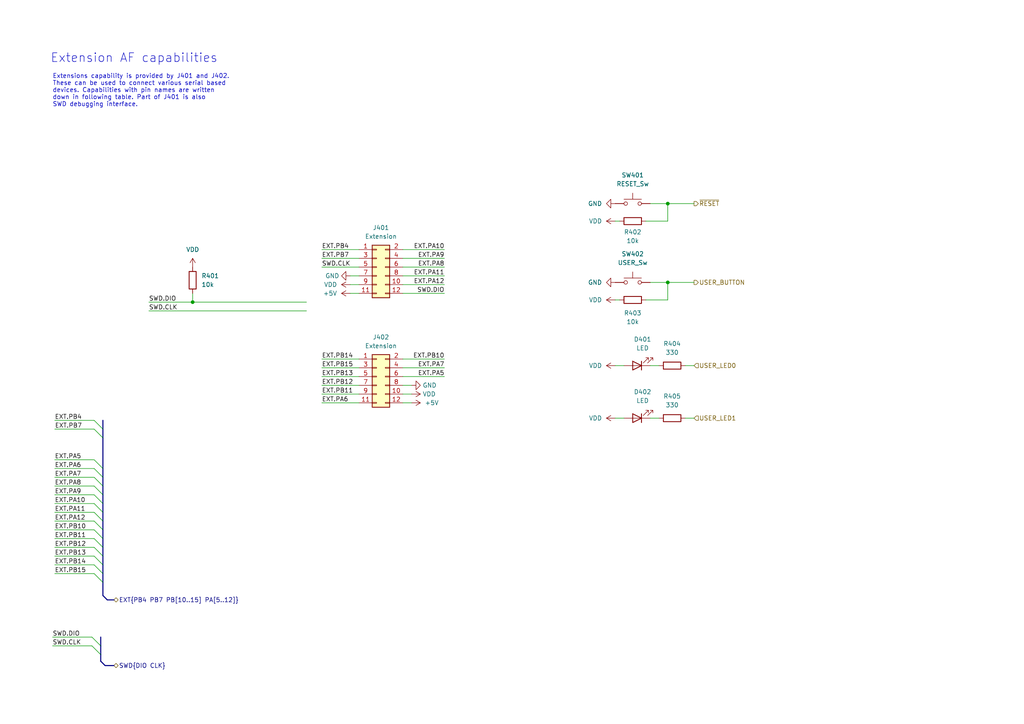
<source format=kicad_sch>
(kicad_sch (version 20211123) (generator eeschema)
  (paper "A4")
  (title_block (title "STLinux") (date "2022-11-10") (rev "1"))
  (lib_symbols
    (symbol "Connector_Generic:Conn_02x06_Odd_Even" (pin_names (offset 1.016) hide)
      (property "Reference" "J" (at 1.27 7.62 0))
      (property "Value" "Conn_02x06_Odd_Even" (at 1.27 -10.16 0))
      (symbol "Conn_02x06_Odd_Even_1_1"
        (rectangle (start -1.27 -7.493) (end 0 -7.747) (stroke (width 0.1524)))
        (rectangle (start -1.27 -4.953) (end 0 -5.207) (stroke (width 0.1524)))
        (rectangle (start -1.27 -2.413) (end 0 -2.667) (stroke (width 0.1524)))
        (rectangle (start -1.27 0.127) (end 0 -0.127) (stroke (width 0.1524)))
        (rectangle (start -1.27 2.667) (end 0 2.413) (stroke (width 0.1524)))
        (rectangle (start -1.27 5.207) (end 0 4.953) (stroke (width 0.1524)))
        (rectangle (start -1.27 6.35) (end 3.81 -8.89) (stroke (width 0.254)) (fill (type background)))
        (rectangle (start 3.81 -7.493) (end 2.54 -7.747) (stroke (width 0.1524)))
        (rectangle (start 3.81 -4.953) (end 2.54 -5.207) (stroke (width 0.1524)))
        (rectangle (start 3.81 -2.413) (end 2.54 -2.667) (stroke (width 0.1524)))
        (rectangle (start 3.81 0.127) (end 2.54 -0.127) (stroke (width 0.1524)))
        (rectangle (start 3.81 2.667) (end 2.54 2.413) (stroke (width 0.1524)))
        (rectangle (start 3.81 5.207) (end 2.54 4.953) (stroke (width 0.1524)))
        (pin passive line (at -5.08 5.08 0) (length 3.81) (name "Pin_1") (number "1"))
        (pin passive line (at 7.62 -5.08 180) (length 3.81) (name "Pin_10") (number "10"))
        (pin passive line (at -5.08 -7.62 0) (length 3.81) (name "Pin_11") (number "11"))
        (pin passive line (at 7.62 -7.62 180) (length 3.81) (name "Pin_12") (number "12"))
        (pin passive line (at 7.62 5.08 180) (length 3.81) (name "Pin_2") (number "2"))
        (pin passive line (at -5.08 2.54 0) (length 3.81) (name "Pin_3") (number "3"))
        (pin passive line (at 7.62 2.54 180) (length 3.81) (name "Pin_4") (number "4"))
        (pin passive line (at -5.08 0 0) (length 3.81) (name "Pin_5") (number "5"))
        (pin passive line (at 7.62 0 180) (length 3.81) (name "Pin_6") (number "6"))
        (pin passive line (at -5.08 -2.54 0) (length 3.81) (name "Pin_7") (number "7"))
        (pin passive line (at 7.62 -2.54 180) (length 3.81) (name "Pin_8") (number "8"))
        (pin passive line (at -5.08 -5.08 0) (length 3.81) (name "Pin_9") (number "9"))
      )
    )
    (symbol "Device:LED" (pin_numbers hide) (pin_names (offset 1.016) hide)
      (property "Reference" "D" (at 0 2.54 0))
      (property "Value" "LED" (at 0 -2.54 0))
      (symbol "LED_0_1"
        (polyline (pts (xy -1.27 -1.27) (xy -1.27 1.27)) (stroke (width 0.254)))
        (polyline (pts (xy -1.27 0) (xy 1.27 0)))
        (polyline (pts (xy 1.27 -1.27) (xy 1.27 1.27) (xy -1.27 0) (xy 1.27 -1.27)) (stroke (width 0.254)))
        (polyline (pts (xy -3.048 -0.762) (xy -4.572 -2.286) (xy -3.81 -2.286) (xy -4.572 -2.286) (xy -4.572 -1.524)))
        (polyline (pts (xy -1.778 -0.762) (xy -3.302 -2.286) (xy -2.54 -2.286) (xy -3.302 -2.286) (xy -3.302 -1.524)))
      )
      (symbol "LED_1_1"
        (pin passive line (at -3.81 0 0) (length 2.54) (name "K") (number "1"))
        (pin passive line (at 3.81 0 180) (length 2.54) (name "A") (number "2"))
      )
    )
    (symbol "Device:R" (pin_numbers hide) (pin_names (offset 0))
      (property "Reference" "R" (at 2.032 0 90))
      (property "Value" "R" (at 0 0 90))
      (symbol "R_0_1"
        (rectangle (start -1.016 -2.54) (end 1.016 2.54) (stroke (width 0.254)))
      )
      (symbol "R_1_1"
        (pin passive line (at 0 3.81 270) (length 1.27) (name "~") (number "1"))
        (pin passive line (at 0 -3.81 90) (length 1.27) (name "~") (number "2"))
      )
    )
    (symbol "Switch:SW_Push" (pin_numbers hide) (pin_names (offset 1.016) hide)
      (property "Reference" "SW" (at 1.27 2.54 0))
      (property "Value" "SW_Push" (at 0 -1.524 0))
      (symbol "SW_Push_0_1"
        (circle (center -2.032 0) (radius 0.508))
        (polyline (pts (xy 0 1.27) (xy 0 3.048)))
        (polyline (pts (xy 2.54 1.27) (xy -2.54 1.27)))
        (circle (center 2.032 0) (radius 0.508))
        (pin passive line (at -5.08 0 0) (length 2.54) (name "1") (number "1"))
        (pin passive line (at 5.08 0 180) (length 2.54) (name "2") (number "2"))
      )
    )
    (symbol "power:+5V" (power) (pin_names (offset 0))
      (property "Value" "+5V" (at 0 3.556 0))
      (symbol "+5V_0_1"
        (polyline (pts (xy -0.762 1.27) (xy 0 2.54)))
        (polyline (pts (xy 0 0) (xy 0 2.54)))
        (polyline (pts (xy 0 2.54) (xy 0.762 1.27)))
      )
      (symbol "+5V_1_1"
        (pin power_in line (at 0 0 90) (length 0) hide (name "+5V") (number "1"))
      )
    )
    (symbol "power:GND" (power) (pin_names (offset 0))
      (property "Value" "GND" (at 0 -3.81 0))
      (symbol "GND_0_1"
        (polyline (pts (xy 0 0) (xy 0 -1.27) (xy 1.27 -1.27) (xy 0 -2.54) (xy -1.27 -1.27) (xy 0 -1.27)))
      )
      (symbol "GND_1_1"
        (pin power_in line (at 0 0 270) (length 0) hide (name "GND") (number "1"))
      )
    )
    (symbol "power:VDD" (power) (pin_names (offset 0))
      (property "Value" "VDD" (at 0 3.81 0))
      (symbol "VDD_0_1"
        (polyline (pts (xy -0.762 1.27) (xy 0 2.54)))
        (polyline (pts (xy 0 0) (xy 0 2.54)))
        (polyline (pts (xy 0 2.54) (xy 0.762 1.27)))
      )
      (symbol "VDD_1_1"
        (pin power_in line (at 0 0 90) (length 0) hide (name "VDD") (number "1"))
      )
    )
  )
  (junction (at 193.675 81.915))
  (junction (at 55.88 87.63))
  (junction (at 193.675 59.055))
  (bus_entry (at 27.305 138.43) (size 2.54 2.54))
  (bus_entry (at 27.305 133.35) (size 2.54 2.54))
  (bus_entry (at 26.67 187.325) (size 2.54 2.54))
  (bus_entry (at 27.305 143.51) (size 2.54 2.54))
  (bus_entry (at 29.845 127) (size -2.54 -2.54))
  (bus_entry (at 27.305 158.75) (size 2.54 2.54))
  (bus_entry (at 27.305 151.13) (size 2.54 2.54))
  (bus_entry (at 27.305 148.59) (size 2.54 2.54))
  (bus_entry (at 27.305 153.67) (size 2.54 2.54))
  (bus_entry (at 27.305 163.83) (size 2.54 2.54))
  (bus_entry (at 27.305 135.89) (size 2.54 2.54))
  (bus_entry (at 27.305 166.37) (size 2.54 2.54))
  (bus_entry (at 27.305 156.21) (size 2.54 2.54))
  (bus_entry (at 27.305 146.05) (size 2.54 2.54))
  (bus_entry (at 26.67 184.785) (size 2.54 2.54))
  (bus_entry (at 29.845 143.51) (size -2.54 -2.54))
  (bus_entry (at 27.305 161.29) (size 2.54 2.54))
  (bus_entry (at 29.845 124.46) (size -2.54 -2.54))
  (bus (pts (xy 29.845 161.29) (xy 29.845 163.83)))
  (bus (pts (xy 29.21 191.77) (xy 30.48 193.04)))
  (wire (pts (xy 198.755 106.045) (xy 201.295 106.045)))
  (bus (pts (xy 29.845 156.21) (xy 29.845 158.75)))
  (wire (pts (xy 93.345 116.84) (xy 104.14 116.84)))
  (wire (pts (xy 55.88 87.63) (xy 88.9 87.63)))
  (bus (pts (xy 29.845 124.46) (xy 29.845 127)))
  (wire (pts (xy 178.435 86.995) (xy 179.705 86.995)))
  (wire (pts (xy 93.345 111.76) (xy 104.14 111.76)))
  (wire (pts (xy 188.595 106.045) (xy 191.135 106.045)))
  (wire (pts (xy 116.84 85.09) (xy 128.905 85.09)))
  (wire (pts (xy 15.875 153.67) (xy 27.305 153.67)))
  (bus (pts (xy 31.115 173.99) (xy 33.02 173.99)))
  (wire (pts (xy 188.595 59.055) (xy 193.675 59.055)))
  (bus (pts (xy 29.845 151.13) (xy 29.845 153.67)))
  (wire (pts (xy 101.6 82.55) (xy 104.14 82.55)))
  (wire (pts (xy 93.345 114.3) (xy 104.14 114.3)))
  (wire (pts (xy 15.875 166.37) (xy 27.305 166.37)))
  (wire (pts (xy 188.595 121.285) (xy 191.135 121.285)))
  (wire (pts (xy 101.6 85.09) (xy 104.14 85.09)))
  (wire (pts (xy 101.6 80.01) (xy 104.14 80.01)))
  (wire (pts (xy 116.84 80.01) (xy 128.905 80.01)))
  (wire (pts (xy 15.24 184.785) (xy 26.67 184.785)))
  (bus (pts (xy 29.845 121.92) (xy 29.845 124.46)))
  (wire (pts (xy 116.84 114.3) (xy 119.38 114.3)))
  (wire (pts (xy 116.84 72.39) (xy 128.905 72.39)))
  (wire (pts (xy 43.18 90.17) (xy 88.9 90.17)))
  (wire (pts (xy 178.435 64.135) (xy 179.705 64.135)))
  (wire (pts (xy 15.875 163.83) (xy 27.305 163.83)))
  (wire (pts (xy 187.325 86.995) (xy 193.675 86.995)))
  (wire (pts (xy 55.88 85.09) (xy 55.88 87.63)))
  (wire (pts (xy 178.435 121.285) (xy 180.975 121.285)))
  (wire (pts (xy 15.875 146.05) (xy 27.305 146.05)))
  (bus (pts (xy 29.845 127) (xy 29.845 135.89)))
  (bus (pts (xy 29.845 163.83) (xy 29.845 166.37)))
  (bus (pts (xy 29.845 143.51) (xy 29.845 146.05)))
  (bus (pts (xy 29.845 146.05) (xy 29.845 148.59)))
  (bus (pts (xy 29.845 138.43) (xy 29.845 140.97)))
  (wire (pts (xy 93.345 106.68) (xy 104.14 106.68)))
  (wire (pts (xy 15.875 133.35) (xy 27.305 133.35)))
  (wire (pts (xy 15.875 148.59) (xy 27.305 148.59)))
  (wire (pts (xy 15.875 140.97) (xy 27.305 140.97)))
  (bus (pts (xy 29.845 140.97) (xy 29.845 143.51)))
  (wire (pts (xy 93.345 74.93) (xy 104.14 74.93)))
  (wire (pts (xy 15.875 135.89) (xy 27.305 135.89)))
  (wire (pts (xy 93.345 109.22) (xy 104.14 109.22)))
  (wire (pts (xy 15.875 124.46) (xy 27.305 124.46)))
  (wire (pts (xy 116.84 77.47) (xy 128.905 77.47)))
  (wire (pts (xy 116.84 104.14) (xy 128.905 104.14)))
  (bus (pts (xy 29.845 148.59) (xy 29.845 151.13)))
  (bus (pts (xy 29.845 135.89) (xy 29.845 138.43)))
  (wire (pts (xy 93.345 77.47) (xy 104.14 77.47)))
  (wire (pts (xy 198.755 121.285) (xy 201.295 121.285)))
  (wire (pts (xy 116.84 74.93) (xy 128.905 74.93)))
  (bus (pts (xy 29.21 184.785) (xy 29.21 187.325)))
  (wire (pts (xy 15.24 187.325) (xy 26.67 187.325)))
  (wire (pts (xy 116.84 82.55) (xy 128.905 82.55)))
  (wire (pts (xy 178.435 106.045) (xy 180.975 106.045)))
  (bus (pts (xy 29.845 168.91) (xy 29.845 172.72)))
  (wire (pts (xy 116.84 111.76) (xy 119.38 111.76)))
  (wire (pts (xy 193.675 59.055) (xy 201.295 59.055)))
  (bus (pts (xy 30.48 193.04) (xy 33.02 193.04)))
  (wire (pts (xy 15.875 151.13) (xy 27.305 151.13)))
  (wire (pts (xy 15.875 143.51) (xy 27.305 143.51)))
  (wire (pts (xy 15.875 138.43) (xy 27.305 138.43)))
  (wire (pts (xy 43.18 87.63) (xy 55.88 87.63)))
  (bus (pts (xy 29.845 158.75) (xy 29.845 161.29)))
  (wire (pts (xy 193.675 81.915) (xy 201.295 81.915)))
  (wire (pts (xy 193.675 81.915) (xy 193.675 86.995)))
  (wire (pts (xy 193.675 59.055) (xy 193.675 64.135)))
  (wire (pts (xy 93.345 72.39) (xy 104.14 72.39)))
  (bus (pts (xy 29.21 189.865) (xy 29.21 191.77)))
  (wire (pts (xy 187.325 64.135) (xy 193.675 64.135)))
  (wire (pts (xy 116.84 109.22) (xy 128.905 109.22)))
  (wire (pts (xy 15.875 156.21) (xy 27.305 156.21)))
  (bus (pts (xy 29.845 153.67) (xy 29.845 156.21)))
  (wire (pts (xy 15.875 158.75) (xy 27.305 158.75)))
  (wire (pts (xy 188.595 81.915) (xy 193.675 81.915)))
  (wire (pts (xy 116.84 116.84) (xy 119.38 116.84)))
  (bus (pts (xy 29.845 172.72) (xy 31.115 173.99)))
  (wire (pts (xy 15.875 161.29) (xy 27.305 161.29)))
  (bus (pts (xy 29.21 187.325) (xy 29.21 189.865)))
  (bus (pts (xy 29.845 166.37) (xy 29.845 168.91)))
  (wire (pts (xy 15.875 121.92) (xy 27.305 121.92)))
  (wire (pts (xy 116.84 106.68) (xy 128.905 106.68)))
  (wire (pts (xy 93.345 104.14) (xy 104.14 104.14)))
  (text "Extensions capability is provided by J401 and J402.\nThese can be used to connect various serial based \ndevices. Capabilities with pin names are written\ndown in following table. Part of J401 is also \nSWD debugging interface. " (at 15.24 31.115 0) (effects (font (size 1.27 1.27)) (justify left bottom)))
  (text "Extension AF capabilities" (at 14.605 18.415 0) (effects (font (size 2.54 2.54)) (justify left bottom)))
  (label "EXT.PA10" (at 128.905 72.39 180))
  (label "EXT.PB11" (at 93.345 114.3 0))
  (label "EXT.PA12" (at 15.875 151.13 0))
  (label "EXT.PB4" (at 15.875 121.92 0))
  (label "EXT.PA8" (at 15.875 140.97 0))
  (label "EXT.PA5" (at 128.905 109.22 180))
  (label "EXT.PB13" (at 93.345 109.22 0))
  (label "SWD.DIO" (at 15.24 184.785 0))
  (label "EXT.PA6" (at 15.875 135.89 0))
  (label "EXT.PA8" (at 128.905 77.47 180))
  (label "EXT.PB7" (at 93.345 74.93 0))
  (label "EXT.PB7" (at 15.9102 124.46 0))
  (label "EXT.PB11" (at 15.875 156.21 0))
  (label "EXT.PA11" (at 128.905 80.01 180))
  (label "SWD.DIO" (at 128.905 85.09 180))
  (label "EXT.PA7" (at 15.875 138.43 0))
  (label "EXT.PB12" (at 15.875 158.75 0))
  (label "EXT.PB15" (at 15.875 166.37 0))
  (label "EXT.PB13" (at 15.875 161.29 0))
  (label "EXT.PA5" (at 15.875 133.35 0))
  (label "SWD.CLK" (at 15.24 187.325 0))
  (label "SWD.DIO" (at 43.18 87.63 0))
  (label "EXT.PA11" (at 15.875 148.59 0))
  (label "EXT.PA7" (at 128.905 106.68 180))
  (label "EXT.PB14" (at 15.875 163.83 0))
  (label "EXT.PA9" (at 15.875 143.51 0))
  (label "EXT.PB14" (at 93.345 104.14 0))
  (label "EXT.PB10" (at 128.905 104.14 180))
  (label "EXT.PB4" (at 93.345 72.39 0))
  (label "SWD.CLK" (at 93.345 77.47 0))
  (label "EXT.PA9" (at 128.905 74.93 180))
  (label "SWD.CLK" (at 43.18 90.17 0))
  (label "EXT.PB12" (at 93.345 111.76 0))
  (label "EXT.PA12" (at 128.905 82.55 180))
  (label "EXT.PB10" (at 15.875 153.67 0))
  (label "EXT.PA6" (at 93.345 116.84 0))
  (label "EXT.PA10" (at 15.875 146.05 0))
  (label "EXT.PB15" (at 93.345 106.68 0))
  (hierarchical_label "USER_LED1" (shape input) (at 201.295 121.285 0))
  (hierarchical_label "USER_BUTTON" (shape output) (at 201.295 81.915 0))
  (hierarchical_label "EXT{PB4 PB7 PB[10..15] PA[5..12]}" (shape bidirectional) (at 33.02 173.99 0))
  (hierarchical_label "SWD{DIO CLK}" (shape bidirectional) (at 33.02 193.04 0))
  (hierarchical_label "USER_LED0" (shape input) (at 201.295 106.045 0))
  (hierarchical_label "~{RESET}" (shape output) (at 201.295 59.055 0))
  (symbol (lib_id "Switch:SW_Push") (at 183.515 59.055 0) (unit 1)
    (property "Reference" "SW401" (at 183.515 50.8 0))
    (property "Value" "RESET_Sw" (at 183.515 53.34 0))
    (property "Footprint" "Button_Switch_SMD:SW_Push_1P1T_NO_6x6mm_H9.5mm" (effects hide))
  )
  (symbol (lib_id "power:VDD") (at 178.435 106.045 90) (unit 1)
    (property "Reference" "#PWR0412" (effects hide))
    (property "Value" "VDD" (at 174.625 106.0449 90) (effects (justify left)))
  )
  (symbol (lib_id "Connector_Generic:Conn_02x06_Odd_Even") (at 109.22 77.47 0) (unit 1)
    (property "Reference" "J401" (at 110.49 66.04 0))
    (property "Value" "Extension" (at 110.49 68.58 0))
    (property "Footprint" "Connector_PinSocket_2.54mm:PinSocket_2x06_P2.54mm_Vertical_SMD" (effects hide))
  )
  (symbol (lib_id "power:VDD") (at 55.88 77.47 0) (unit 1)
    (property "Reference" "#PWR0401" (effects hide))
    (property "Value" "VDD" (at 55.88 72.39 0))
  )
  (symbol (lib_id "Device:LED") (at 184.785 106.045 180) (unit 1)
    (property "Reference" "D401" (at 186.3725 98.425 0))
    (property "Value" "LED" (at 186.3725 100.965 0))
    (property "Footprint" "LED_SMD:LED_1206_3216Metric_Pad1.42x1.75mm_HandSolder" (effects hide))
  )
  (symbol (lib_id "Device:R") (at 194.945 106.045 90) (unit 1)
    (property "Reference" "R404" (at 194.945 99.695 90))
    (property "Value" "330" (at 194.945 102.235 90))
    (property "Footprint" "Resistor_SMD:R_0603_1608Metric_Pad0.98x0.95mm_HandSolder" (effects hide))
  )
  (symbol (lib_id "Device:R") (at 183.515 64.135 90) (unit 1)
    (property "Reference" "R402" (at 183.515 67.31 90))
    (property "Value" "10k" (at 183.515 69.85 90))
    (property "Footprint" "Resistor_SMD:R_0603_1608Metric_Pad0.98x0.95mm_HandSolder" (effects hide))
  )
  (symbol (lib_id "power:+5V") (at 119.38 116.84 270) (unit 1)
    (property "Reference" "#PWR0407" (effects hide))
    (property "Value" "+5V" (at 123.19 116.8399 90) (effects (justify left)))
  )
  (symbol (lib_id "Switch:SW_Push") (at 183.515 81.915 0) (unit 1)
    (property "Reference" "SW402" (at 183.515 73.66 0))
    (property "Value" "USER_Sw" (at 183.515 76.2 0))
    (property "Footprint" "Button_Switch_SMD:SW_Push_1P1T_NO_6x6mm_H9.5mm" (effects hide))
  )
  (symbol (lib_id "power:VDD") (at 178.435 121.285 90) (unit 1)
    (property "Reference" "#PWR0413" (effects hide))
    (property "Value" "VDD" (at 174.625 121.2849 90) (effects (justify left)))
  )
  (symbol (lib_id "power:VDD") (at 119.38 114.3 270) (unit 1)
    (property "Reference" "#PWR0406" (effects hide))
    (property "Value" "VDD" (at 122.555 114.2999 90) (effects (justify left)))
  )
  (symbol (lib_id "Device:R") (at 183.515 86.995 90) (unit 1)
    (property "Reference" "R403" (at 183.515 90.805 90))
    (property "Value" "10k" (at 183.515 93.345 90))
    (property "Footprint" "Resistor_SMD:R_0603_1608Metric_Pad0.98x0.95mm_HandSolder" (effects hide))
  )
  (symbol (lib_id "Device:R") (at 194.945 121.285 90) (unit 1)
    (property "Reference" "R405" (at 194.945 114.935 90))
    (property "Value" "330" (at 194.945 117.475 90))
    (property "Footprint" "Resistor_SMD:R_0603_1608Metric_Pad0.98x0.95mm_HandSolder" (effects hide))
  )
  (symbol (lib_id "Device:LED") (at 184.785 121.285 180) (unit 1)
    (property "Reference" "D402" (at 186.3725 113.665 0))
    (property "Value" "LED" (at 186.3725 116.205 0))
    (property "Footprint" "LED_SMD:LED_1206_3216Metric_Pad1.42x1.75mm_HandSolder" (effects hide))
  )
  (symbol (lib_id "power:GND") (at 119.38 111.76 90) (unit 1)
    (property "Reference" "#PWR0405" (effects hide))
    (property "Value" "GND" (at 122.555 111.7599 90) (effects (justify right)))
  )
  (symbol (lib_id "Connector_Generic:Conn_02x06_Odd_Even") (at 109.22 109.22 0) (unit 1)
    (property "Reference" "J402" (at 110.49 97.79 0))
    (property "Value" "Extension" (at 110.49 100.33 0))
    (property "Footprint" "Connector_PinSocket_2.54mm:PinSocket_2x06_P2.54mm_Vertical_SMD" (effects hide))
  )
  (symbol (lib_id "power:GND") (at 178.435 59.055 270) (mirror x) (unit 1)
    (property "Reference" "#PWR0408" (effects hide))
    (property "Value" "GND" (at 174.625 59.0549 90) (effects (justify right)))
  )
  (symbol (lib_id "power:VDD") (at 178.435 64.135 90) (unit 1)
    (property "Reference" "#PWR0409" (effects hide))
    (property "Value" "VDD" (at 174.625 64.1349 90) (effects (justify left)))
  )
  (symbol (lib_id "power:GND") (at 178.435 81.915 270) (mirror x) (unit 1)
    (property "Reference" "#PWR0410" (effects hide))
    (property "Value" "GND" (at 174.625 81.9149 90) (effects (justify right)))
  )
  (symbol (lib_id "power:VDD") (at 178.435 86.995 90) (unit 1)
    (property "Reference" "#PWR0411" (effects hide))
    (property "Value" "VDD" (at 174.625 86.9949 90) (effects (justify left)))
  )
  (symbol (lib_id "power:VDD") (at 101.6 82.55 90) (unit 1)
    (property "Reference" "#PWR0403" (effects hide))
    (property "Value" "VDD" (at 97.79 82.5499 90) (effects (justify left)))
  )
  (symbol (lib_id "power:GND") (at 101.6 80.01 270) (unit 1)
    (property "Reference" "#PWR0402" (effects hide))
    (property "Value" "GND" (at 98.425 80.0099 90) (effects (justify right)))
  )
  (symbol (lib_id "Device:R") (at 55.88 81.28 180) (unit 1)
    (property "Reference" "R401" (at 58.42 80.0099 0) (effects (justify right)))
    (property "Value" "10k" (at 58.42 82.5499 0) (effects (justify right)))
    (property "Footprint" "Resistor_SMD:R_0603_1608Metric_Pad0.98x0.95mm_HandSolder" (effects hide))
  )
  (symbol (lib_id "power:+5V") (at 101.6 85.09 90) (unit 1)
    (property "Reference" "#PWR0404" (effects hide))
    (property "Value" "+5V" (at 97.79 85.0899 90) (effects (justify left)))
  )
)
</source>
